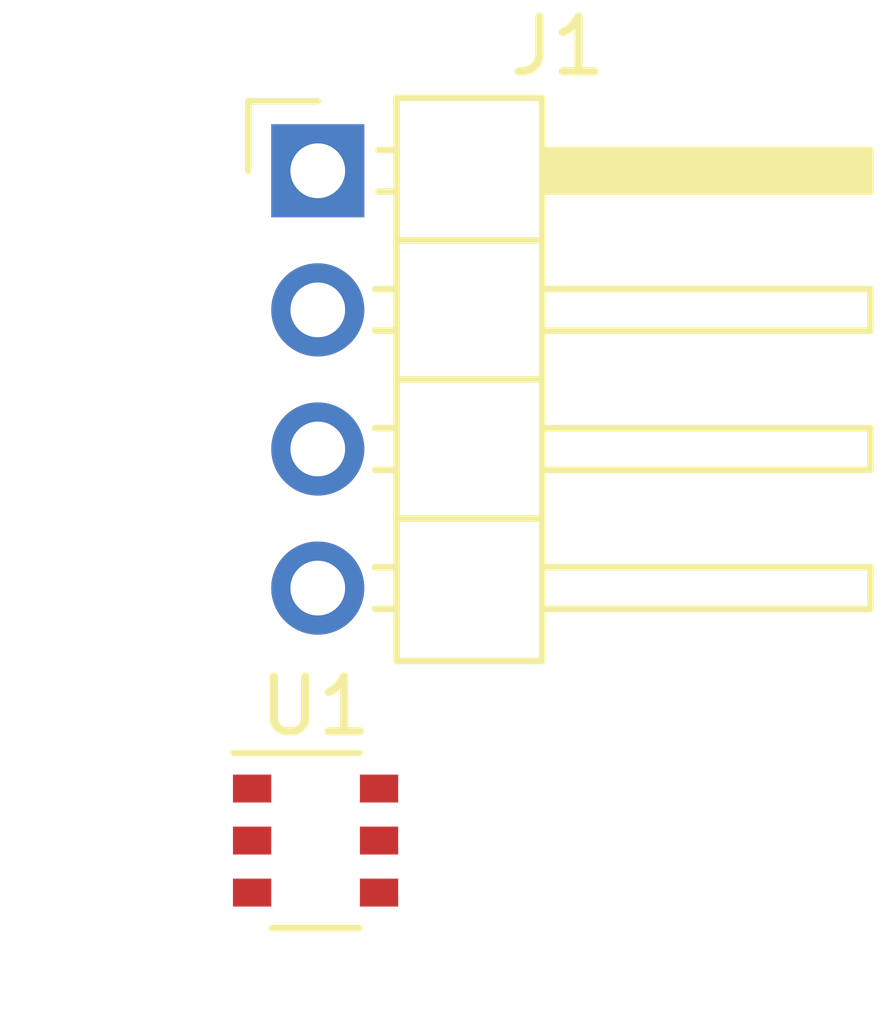
<source format=kicad_pcb>
(kicad_pcb (version 20221018) (generator pcbnew)
  (layers (0 "F.Cu" signal) (31 "B.Cu" signal) (34 "B.Paste" user) (35 "F.Paste" user) (36 "B.SilkS" user "B.Silkscreen") (37 "F.SilkS" user "F.Silkscreen") (38 "B.Mask" user) (39 "F.Mask" user) (44 "Edge.Cuts" user))
  (net 0 "")
  (net 1 "/VCC")
  (net 2 "GND")
  (net 3 "/SDA")
  (net 4 "/SCL")
  (footprint "Connector_PinHeader_2.54mm:PinHeader_1x04_P2.54mm_Horizontal" (layer "F.Cu") (at 19.89 20.01)
    (fp_text reference "J1" (at 4.385 -2.27) (layer "F.SilkS"))
    (fp_text value "Conn_01x04")
    (fp_line (start -1.27 -1.27) (end 0 -1.27) (stroke (width 0.12)) (layer "F.SilkS"))
    (fp_line (start -1.27 0) (end -1.27 -1.27) (stroke (width 0.12)) (layer "F.SilkS"))
    (fp_line (start 1.042929 2.16) (end 1.44 2.16) (stroke (width 0.12)) (layer "F.SilkS"))
    (fp_line (start 1.042929 2.92) (end 1.44 2.92) (stroke (width 0.12)) (layer "F.SilkS"))
    (fp_line (start 1.042929 4.7) (end 1.44 4.7) (stroke (width 0.12)) (layer "F.SilkS"))
    (fp_line (start 1.042929 5.46) (end 1.44 5.46) (stroke (width 0.12)) (layer "F.SilkS"))
    (fp_line (start 1.042929 7.24) (end 1.44 7.24) (stroke (width 0.12)) (layer "F.SilkS"))
    (fp_line (start 1.042929 8) (end 1.44 8) (stroke (width 0.12)) (layer "F.SilkS"))
    (fp_line (start 1.11 -0.38) (end 1.44 -0.38) (stroke (width 0.12)) (layer "F.SilkS"))
    (fp_line (start 1.11 0.38) (end 1.44 0.38) (stroke (width 0.12)) (layer "F.SilkS"))
    (fp_line (start 1.44 -1.33) (end 1.44 8.95) (stroke (width 0.12)) (layer "F.SilkS"))
    (fp_line (start 1.44 1.27) (end 4.1 1.27) (stroke (width 0.12)) (layer "F.SilkS"))
    (fp_line (start 1.44 3.81) (end 4.1 3.81) (stroke (width 0.12)) (layer "F.SilkS"))
    (fp_line (start 1.44 6.35) (end 4.1 6.35) (stroke (width 0.12)) (layer "F.SilkS"))
    (fp_line (start 1.44 8.95) (end 4.1 8.95) (stroke (width 0.12)) (layer "F.SilkS"))
    (fp_line (start 4.1 -1.33) (end 1.44 -1.33) (stroke (width 0.12)) (layer "F.SilkS"))
    (fp_line (start 4.1 -0.38) (end 10.1 -0.38) (stroke (width 0.12)) (layer "F.SilkS"))
    (fp_line (start 4.1 -0.32) (end 10.1 -0.32) (stroke (width 0.12)) (layer "F.SilkS"))
    (fp_line (start 4.1 -0.2) (end 10.1 -0.2) (stroke (width 0.12)) (layer "F.SilkS"))
    (fp_line (start 4.1 -0.08) (end 10.1 -0.08) (stroke (width 0.12)) (layer "F.SilkS"))
    (fp_line (start 4.1 0.04) (end 10.1 0.04) (stroke (width 0.12)) (layer "F.SilkS"))
    (fp_line (start 4.1 0.16) (end 10.1 0.16) (stroke (width 0.12)) (layer "F.SilkS"))
    (fp_line (start 4.1 0.28) (end 10.1 0.28) (stroke (width 0.12)) (layer "F.SilkS"))
    (fp_line (start 4.1 2.16) (end 10.1 2.16) (stroke (width 0.12)) (layer "F.SilkS"))
    (fp_line (start 4.1 4.7) (end 10.1 4.7) (stroke (width 0.12)) (layer "F.SilkS"))
    (fp_line (start 4.1 7.24) (end 10.1 7.24) (stroke (width 0.12)) (layer "F.SilkS"))
    (fp_line (start 4.1 8.95) (end 4.1 -1.33) (stroke (width 0.12)) (layer "F.SilkS"))
    (fp_line (start 10.1 -0.38) (end 10.1 0.38) (stroke (width 0.12)) (layer "F.SilkS"))
    (fp_line (start 10.1 0.38) (end 4.1 0.38) (stroke (width 0.12)) (layer "F.SilkS"))
    (fp_line (start 10.1 2.16) (end 10.1 2.92) (stroke (width 0.12)) (layer "F.SilkS"))
    (fp_line (start 10.1 2.92) (end 4.1 2.92) (stroke (width 0.12)) (layer "F.SilkS"))
    (fp_line (start 10.1 4.7) (end 10.1 5.46) (stroke (width 0.12)) (layer "F.SilkS"))
    (fp_line (start 10.1 5.46) (end 4.1 5.46) (stroke (width 0.12)) (layer "F.SilkS"))
    (fp_line (start 10.1 7.24) (end 10.1 8) (stroke (width 0.12)) (layer "F.SilkS"))
    (fp_line (start 10.1 8) (end 4.1 8) (stroke (width 0.12)) (layer "F.SilkS"))
    (pad "1" thru_hole rect (at 0 0) (size 1.7 1.7) (drill 1) (layers "*.Cu" "*.Mask") (net 1 "/VCC"))
    (pad "2" thru_hole oval (at 0 2.54) (size 1.7 1.7) (drill 1) (layers "*.Cu" "*.Mask") (net 2 "GND"))
    (pad "3" thru_hole oval (at 0 5.08) (size 1.7 1.7) (drill 1) (layers "*.Cu" "*.Mask") (net 3 "/SDA"))
    (pad "4" thru_hole oval (at 0 7.62) (size 1.7 1.7) (drill 1) (layers "*.Cu" "*.Mask") (net 4 "/SCL"))
  )
  (footprint "Package_SO:TSOP-6_1.65x3.05mm_P0.95mm" (layer "F.Cu") (at 19.85 32.24)
    (fp_text reference "U1" (at 0 -2.45) (layer "F.SilkS"))
    (fp_text value "TLV493D-A1B6")
    (fp_line (start -0.8 1.6) (end 0.8 1.6) (stroke (width 0.12)) (layer "F.SilkS"))
    (fp_line (start 0.8 -1.6) (end -1.5 -1.6) (stroke (width 0.12)) (layer "F.SilkS"))
    (pad "1" smd rect (at -1.16 -0.95) (size 0.7 0.51) (layers "F.Cu" "F.Paste" "F.Mask") (net 4 "/SCL"))
    (pad "2" smd rect (at -1.16 0) (size 0.7 0.51) (layers "F.Cu" "F.Paste" "F.Mask") (net 2 "GND"))
    (pad "3" smd rect (at -1.16 0.95) (size 0.7 0.51) (layers "F.Cu" "F.Paste" "F.Mask") (net 2 "GND"))
    (pad "4" smd rect (at 1.16 0.95) (size 0.7 0.51) (layers "F.Cu" "F.Paste" "F.Mask") (net 1 "/VCC"))
    (pad "5" smd rect (at 1.16 0) (size 0.7 0.51) (layers "F.Cu" "F.Paste" "F.Mask") (net 2 "GND"))
    (pad "6" smd rect (at 1.16 -0.95) (size 0.7 0.51) (layers "F.Cu" "F.Paste" "F.Mask") (net 3 "/SDA"))
  )
)
</source>
